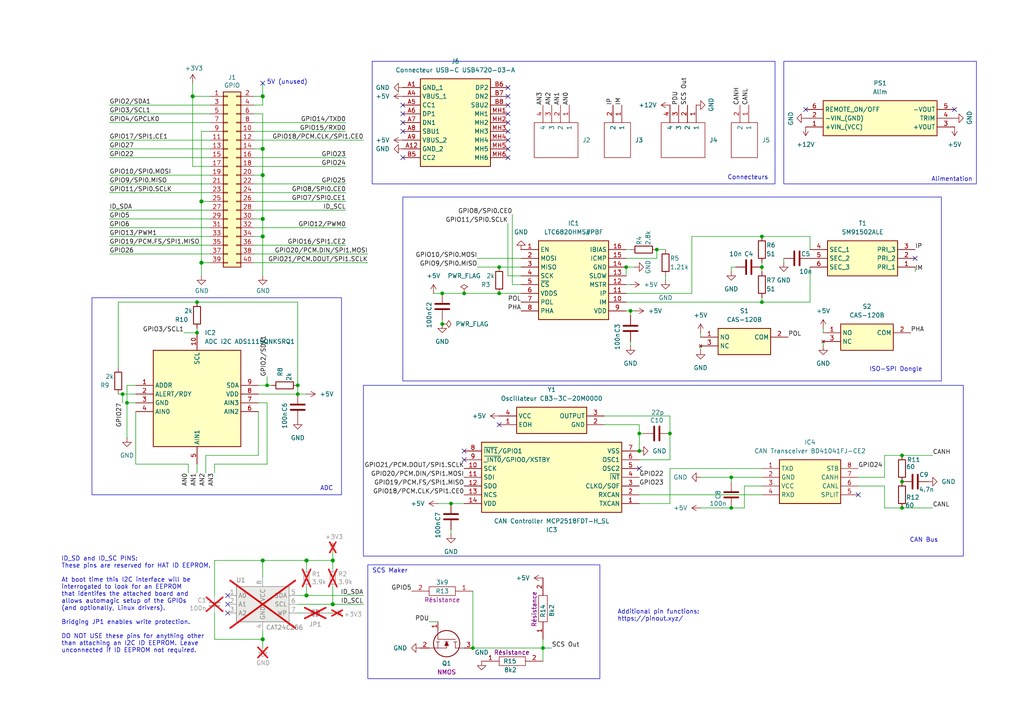
<source format=kicad_sch>
(kicad_sch (version 20231120) (generator "eeschema") (generator_version "8.0")
  (paper "A4")
  (title_block (date "15 nov 2012"))
  (junction (at 88.9 172.72) (diameter 1.016))
  (junction (at 76.2 27.94) (diameter 1.016))
  (junction (at 76.2 185.42) (diameter 1.016))
  (junction (at 128.27 85.09))
  (junction (at 76.2 43.18) (diameter 1.016))
  (junction (at 76.2 162.56) (diameter 1.016))
  (junction (at 261.62 147.32))
  (junction (at 130.81 146.05))
  (junction (at 96.52 162.56) (diameter 1.016))
  (junction (at 36.83 116.84))
  (junction (at 57.15 87.63))
  (junction (at 220.98 68.58))
  (junction (at 144.78 77.47))
  (junction (at 58.42 76.2) (diameter 1.016))
  (junction (at 157.48 187.96))
  (junction (at 261.62 132.08))
  (junction (at 261.62 139.7))
  (junction (at 58.42 58.42) (diameter 1.016))
  (junction (at 190.5 72.39))
  (junction (at 76.2 68.58) (diameter 1.016))
  (junction (at 181.61 77.47))
  (junction (at 212.09 138.43))
  (junction (at 220.98 87.63))
  (junction (at 185.42 130.81))
  (junction (at 194.31 125.73))
  (junction (at 220.98 77.47))
  (junction (at 57.15 96.52))
  (junction (at 144.78 85.09))
  (junction (at 212.09 147.32))
  (junction (at 35.56 114.3))
  (junction (at 76.2 63.5) (diameter 1.016))
  (junction (at 77.47 111.76))
  (junction (at 137.16 187.96))
  (junction (at 76.2 50.8) (diameter 1.016))
  (junction (at 134.62 85.09))
  (junction (at 96.52 175.26) (diameter 1.016))
  (junction (at 185.42 125.73))
  (junction (at 182.88 90.17))
  (junction (at 86.36 114.3))
  (junction (at 128.27 93.98))
  (junction (at 86.36 111.76))
  (junction (at 55.88 27.94) (diameter 1.016))
  (junction (at 88.9 162.56) (diameter 1.016))
  (no_connect (at 66.04 172.72))
  (no_connect (at 66.04 175.26))
  (no_connect (at 66.04 177.8))
  (no_connect (at 116.84 30.48))
  (no_connect (at 248.92 143.51))
  (no_connect (at 265.43 74.93))
  (no_connect (at 147.32 35.56))
  (no_connect (at 276.86 31.75))
  (no_connect (at 134.62 130.81))
  (no_connect (at 147.32 30.48))
  (no_connect (at 147.32 25.4))
  (no_connect (at 76.2 24.13))
  (no_connect (at 147.32 38.1))
  (no_connect (at 147.32 27.94))
  (no_connect (at 147.32 45.72))
  (no_connect (at 147.32 43.18))
  (no_connect (at 233.68 31.75))
  (no_connect (at 144.78 123.19))
  (no_connect (at 116.84 38.1))
  (no_connect (at 116.84 45.72))
  (no_connect (at 134.62 133.35))
  (no_connect (at 116.84 35.56))
  (no_connect (at 116.84 33.02))
  (no_connect (at 147.32 33.02))
  (no_connect (at 185.42 135.89))
  (no_connect (at 147.32 40.64))
  (wire (pts (xy 58.42 58.42) (xy 58.42 76.2)))
  (wire (pts (xy 238.76 99.06) (xy 238.76 100.33)))
  (wire (pts (xy 73.66 58.42) (xy 100.33 58.42)))
  (wire (pts (xy 182.88 90.17) (xy 184.15 90.17)))
  (wire (pts (xy 74.93 114.3) (xy 86.36 114.3)))
  (wire (pts (xy 182.88 90.17) (xy 182.88 91.44)))
  (wire (pts (xy 182.88 99.06) (xy 182.88 100.33)))
  (wire (pts (xy 60.96 40.64) (xy 31.75 40.64)))
  (wire (pts (xy 76.2 162.56) (xy 88.9 162.56)))
  (wire (pts (xy 96.52 162.56) (xy 88.9 162.56)))
  (wire (pts (xy 96.52 165.1) (xy 96.52 162.56)))
  (wire (pts (xy 54.61 134.62) (xy 54.61 137.16)))
  (wire (pts (xy 181.61 77.47) (xy 181.61 80.01)))
  (wire (pts (xy 76.2 33.02) (xy 76.2 43.18)))
  (wire (pts (xy 220.98 76.2) (xy 220.98 77.47)))
  (wire (pts (xy 34.29 87.63) (xy 34.29 106.68)))
  (wire (pts (xy 76.2 50.8) (xy 73.66 50.8)))
  (wire (pts (xy 147.32 64.77) (xy 147.32 80.01)))
  (wire (pts (xy 234.95 87.63) (xy 220.98 87.63)))
  (wire (pts (xy 256.54 140.97) (xy 256.54 147.32)))
  (wire (pts (xy 181.61 82.55) (xy 182.88 82.55)))
  (wire (pts (xy 76.2 63.5) (xy 76.2 68.58)))
  (wire (pts (xy 39.37 119.38) (xy 39.37 134.62)))
  (wire (pts (xy 212.09 138.43) (xy 203.2 138.43)))
  (wire (pts (xy 36.83 116.84) (xy 36.83 127)))
  (wire (pts (xy 256.54 138.43) (xy 256.54 132.08)))
  (wire (pts (xy 248.92 140.97) (xy 256.54 140.97)))
  (wire (pts (xy 76.2 50.8) (xy 76.2 63.5)))
  (wire (pts (xy 73.66 35.56) (xy 100.33 35.56)))
  (wire (pts (xy 86.36 87.63) (xy 57.15 87.63)))
  (wire (pts (xy 74.93 119.38) (xy 74.93 132.08)))
  (wire (pts (xy 175.26 120.65) (xy 194.31 120.65)))
  (wire (pts (xy 58.42 38.1) (xy 58.42 58.42)))
  (wire (pts (xy 86.36 172.72) (xy 88.9 172.72)))
  (wire (pts (xy 88.9 172.72) (xy 105.41 172.72)))
  (wire (pts (xy 86.36 114.3) (xy 88.9 114.3)))
  (wire (pts (xy 215.9 140.97) (xy 215.9 147.32)))
  (wire (pts (xy 194.31 133.35) (xy 185.42 133.35)))
  (wire (pts (xy 58.42 38.1) (xy 60.96 38.1)))
  (wire (pts (xy 86.36 177.8) (xy 87.63 177.8)))
  (wire (pts (xy 95.25 177.8) (xy 96.52 177.8)))
  (wire (pts (xy 73.66 55.88) (xy 100.33 55.88)))
  (wire (pts (xy 234.95 72.39) (xy 234.95 68.58)))
  (wire (pts (xy 60.96 60.96) (xy 31.75 60.96)))
  (wire (pts (xy 57.15 134.62) (xy 57.15 137.16)))
  (wire (pts (xy 31.75 63.5) (xy 60.96 63.5)))
  (wire (pts (xy 62.23 134.62) (xy 77.47 134.62)))
  (wire (pts (xy 35.56 114.3) (xy 39.37 114.3)))
  (wire (pts (xy 58.42 58.42) (xy 60.96 58.42)))
  (wire (pts (xy 96.52 160.02) (xy 96.52 162.56)))
  (wire (pts (xy 194.31 120.65) (xy 194.31 125.73)))
  (wire (pts (xy 73.66 45.72) (xy 100.33 45.72)))
  (wire (pts (xy 76.2 162.56) (xy 76.2 167.64)))
  (wire (pts (xy 77.47 111.76) (xy 78.74 111.76)))
  (wire (pts (xy 77.47 109.22) (xy 77.47 111.76)))
  (wire (pts (xy 185.42 143.51) (xy 220.98 143.51)))
  (wire (pts (xy 74.93 132.08) (xy 59.69 132.08)))
  (wire (pts (xy 227.33 74.93) (xy 227.33 76.2)))
  (wire (pts (xy 73.66 76.2) (xy 106.68 76.2)))
  (wire (pts (xy 58.42 76.2) (xy 58.42 80.01)))
  (wire (pts (xy 31.75 43.18) (xy 60.96 43.18)))
  (wire (pts (xy 96.52 170.18) (xy 96.52 175.26)))
  (wire (pts (xy 200.66 68.58) (xy 220.98 68.58)))
  (wire (pts (xy 55.88 24.13) (xy 55.88 27.94)))
  (wire (pts (xy 148.59 62.23) (xy 148.59 82.55)))
  (wire (pts (xy 190.5 72.39) (xy 193.04 72.39)))
  (wire (pts (xy 76.2 68.58) (xy 73.66 68.58)))
  (wire (pts (xy 74.93 111.76) (xy 77.47 111.76)))
  (wire (pts (xy 86.36 111.76) (xy 86.36 87.63)))
  (wire (pts (xy 220.98 135.89) (xy 194.31 135.89)))
  (wire (pts (xy 194.31 125.73) (xy 194.31 133.35)))
  (wire (pts (xy 31.75 33.02) (xy 60.96 33.02)))
  (wire (pts (xy 181.61 74.93) (xy 190.5 74.93)))
  (wire (pts (xy 31.75 55.88) (xy 60.96 55.88)))
  (wire (pts (xy 181.61 90.17) (xy 182.88 90.17)))
  (wire (pts (xy 212.09 77.47) (xy 212.09 78.74)))
  (wire (pts (xy 55.88 48.26) (xy 60.96 48.26)))
  (wire (pts (xy 157.48 185.42) (xy 157.48 187.96)))
  (wire (pts (xy 203.2 147.32) (xy 212.09 147.32)))
  (wire (pts (xy 60.96 30.48) (xy 31.75 30.48)))
  (wire (pts (xy 76.2 27.94) (xy 76.2 30.48)))
  (wire (pts (xy 220.98 77.47) (xy 220.98 78.74)))
  (wire (pts (xy 77.47 116.84) (xy 77.47 134.62)))
  (wire (pts (xy 76.2 43.18) (xy 76.2 50.8)))
  (wire (pts (xy 215.9 140.97) (xy 220.98 140.97)))
  (wire (pts (xy 256.54 132.08) (xy 261.62 132.08)))
  (wire (pts (xy 73.66 40.64) (xy 105.41 40.64)))
  (wire (pts (xy 194.31 146.05) (xy 185.42 146.05)))
  (wire (pts (xy 76.2 43.18) (xy 73.66 43.18)))
  (wire (pts (xy 248.92 138.43) (xy 256.54 138.43)))
  (wire (pts (xy 59.69 132.08) (xy 59.69 137.16)))
  (wire (pts (xy 175.26 123.19) (xy 185.42 123.19)))
  (wire (pts (xy 137.16 187.96) (xy 157.48 187.96)))
  (wire (pts (xy 76.2 24.13) (xy 76.2 27.94)))
  (wire (pts (xy 39.37 134.62) (xy 54.61 134.62)))
  (wire (pts (xy 31.75 35.56) (xy 60.96 35.56)))
  (wire (pts (xy 88.9 162.56) (xy 88.9 165.1)))
  (wire (pts (xy 134.62 85.09) (xy 144.78 85.09)))
  (wire (pts (xy 193.04 80.01) (xy 193.04 81.28)))
  (wire (pts (xy 234.95 77.47) (xy 234.95 87.63)))
  (wire (pts (xy 39.37 111.76) (xy 36.83 111.76)))
  (wire (pts (xy 76.2 27.94) (xy 73.66 27.94)))
  (wire (pts (xy 55.88 27.94) (xy 55.88 48.26)))
  (wire (pts (xy 53.34 96.52) (xy 57.15 96.52)))
  (wire (pts (xy 73.66 48.26) (xy 100.33 48.26)))
  (wire (pts (xy 73.66 38.1) (xy 100.33 38.1)))
  (wire (pts (xy 125.73 85.09) (xy 128.27 85.09)))
  (wire (pts (xy 88.9 170.18) (xy 88.9 172.72)))
  (wire (pts (xy 200.66 68.58) (xy 200.66 85.09)))
  (wire (pts (xy 86.36 175.26) (xy 96.52 175.26)))
  (wire (pts (xy 96.52 175.26) (xy 105.41 175.26)))
  (wire (pts (xy 144.78 85.09) (xy 151.13 85.09)))
  (wire (pts (xy 220.98 87.63) (xy 220.98 86.36)))
  (wire (pts (xy 130.81 153.67) (xy 130.81 154.94)))
  (wire (pts (xy 31.75 45.72) (xy 60.96 45.72)))
  (wire (pts (xy 31.75 53.34) (xy 60.96 53.34)))
  (wire (pts (xy 181.61 72.39) (xy 182.88 72.39)))
  (wire (pts (xy 181.61 85.09) (xy 200.66 85.09)))
  (wire (pts (xy 62.23 134.62) (xy 62.23 137.16)))
  (wire (pts (xy 138.43 77.47) (xy 144.78 77.47)))
  (wire (pts (xy 220.98 138.43) (xy 212.09 138.43)))
  (wire (pts (xy 36.83 116.84) (xy 39.37 116.84)))
  (wire (pts (xy 203.2 96.52) (xy 203.2 97.79)))
  (wire (pts (xy 31.75 66.04) (xy 60.96 66.04)))
  (wire (pts (xy 212.09 77.47) (xy 213.36 77.47)))
  (wire (pts (xy 127 146.05) (xy 130.81 146.05)))
  (wire (pts (xy 76.2 30.48) (xy 73.66 30.48)))
  (wire (pts (xy 190.5 72.39) (xy 190.5 74.93)))
  (wire (pts (xy 185.42 125.73) (xy 185.42 130.81)))
  (wire (pts (xy 128.27 85.09) (xy 134.62 85.09)))
  (wire (pts (xy 31.75 71.12) (xy 60.96 71.12)))
  (wire (pts (xy 137.16 171.45) (xy 137.16 187.96)))
  (wire (pts (xy 130.81 146.05) (xy 134.62 146.05)))
  (wire (pts (xy 73.66 71.12) (xy 100.33 71.12)))
  (wire (pts (xy 128.27 92.71) (xy 128.27 93.98)))
  (wire (pts (xy 148.59 82.55) (xy 151.13 82.55)))
  (wire (pts (xy 74.93 116.84) (xy 77.47 116.84)))
  (wire (pts (xy 73.66 66.04) (xy 100.33 66.04)))
  (wire (pts (xy 144.78 77.47) (xy 151.13 77.47)))
  (wire (pts (xy 58.42 76.2) (xy 60.96 76.2)))
  (wire (pts (xy 35.56 114.3) (xy 35.56 116.84)))
  (wire (pts (xy 35.56 114.3) (xy 34.29 114.3)))
  (wire (pts (xy 73.66 73.66) (xy 106.68 73.66)))
  (wire (pts (xy 261.62 132.08) (xy 270.51 132.08)))
  (wire (pts (xy 76.2 33.02) (xy 73.66 33.02)))
  (wire (pts (xy 57.15 87.63) (xy 34.29 87.63)))
  (wire (pts (xy 31.75 73.66) (xy 60.96 73.66)))
  (wire (pts (xy 261.62 147.32) (xy 270.51 147.32)))
  (wire (pts (xy 220.98 68.58) (xy 234.95 68.58)))
  (wire (pts (xy 36.83 111.76) (xy 36.83 116.84)))
  (wire (pts (xy 181.61 77.47) (xy 184.15 77.47)))
  (wire (pts (xy 212.09 147.32) (xy 215.9 147.32)))
  (wire (pts (xy 86.36 114.3) (xy 86.36 111.76)))
  (wire (pts (xy 138.43 74.93) (xy 151.13 74.93)))
  (wire (pts (xy 62.23 162.56) (xy 62.23 172.72)))
  (wire (pts (xy 62.23 177.8) (xy 62.23 185.42)))
  (wire (pts (xy 62.23 185.42) (xy 76.2 185.42)))
  (wire (pts (xy 76.2 162.56) (xy 62.23 162.56)))
  (wire (pts (xy 238.76 95.25) (xy 238.76 96.52)))
  (wire (pts (xy 76.2 182.88) (xy 76.2 185.42)))
  (wire (pts (xy 76.2 185.42) (xy 76.2 187.96)))
  (wire (pts (xy 147.32 80.01) (xy 151.13 80.01)))
  (wire (pts (xy 76.2 68.58) (xy 76.2 80.01)))
  (wire (pts (xy 73.66 53.34) (xy 100.33 53.34)))
  (wire (pts (xy 60.96 68.58) (xy 31.75 68.58)))
  (wire (pts (xy 203.2 100.33) (xy 203.2 101.6)))
  (wire (pts (xy 185.42 125.73) (xy 186.69 125.73)))
  (wire (pts (xy 76.2 63.5) (xy 73.66 63.5)))
  (wire (pts (xy 160.02 187.96) (xy 157.48 187.96)))
  (wire (pts (xy 55.88 27.94) (xy 60.96 27.94)))
  (wire (pts (xy 265.43 78.74) (xy 265.43 77.47)))
  (wire (pts (xy 57.15 95.25) (xy 57.15 96.52)))
  (wire (pts (xy 194.31 135.89) (xy 194.31 146.05)))
  (wire (pts (xy 185.42 123.19) (xy 185.42 125.73)))
  (wire (pts (xy 181.61 87.63) (xy 220.98 87.63)))
  (wire (pts (xy 60.96 50.8) (xy 31.75 50.8)))
  (wire (pts (xy 73.66 60.96) (xy 100.33 60.96)))
  (wire (pts (xy 124.46 180.34) (xy 127 180.34)))
  (wire (pts (xy 212.09 139.7) (xy 212.09 138.43)))
  (wire (pts (xy 256.54 147.32) (xy 261.62 147.32)))
  (wire (pts (xy 157.48 187.96) (xy 157.48 191.77)))
  (rectangle (start 106.68 163.83) (end 173.99 196.85))
  (rectangle (start 107.95 17.78) (end 224.79 53.34))
  (rectangle (start 26.67 86.36) (end 99.06 143.51))
  (rectangle (start 116.84 57.15) (end 273.05 110.49))
  (rectangle (start 105.41 111.76) (end 279.4 161.29))
  (rectangle (start 227.33 17.78) (end 283.21 53.34))
  (text "Additional pin functions:\nhttps://pinout.xyz/" (at 179.07 180.34 0) (effects (font (size 1.27 1.27)) (justify left bottom)))
  (text "ISO-SPI Dongle" (at 259.842 107.188 0) (effects (font (size 1.27 1.27))))
  (text "5V (unused)" (at 83.312 23.876 0) (effects (font (size 1.27 1.27))))
  (text "Connecteurs" (at 216.916 51.562 0) (effects (font (size 1.27 1.27))))
  (text "CAN Bus" (at 267.97 156.718 0) (effects (font (size 1.27 1.27))))
  (text "SCS Maker" (at 107.95 166.37 0) (effects (font (size 1.27 1.27)) (justify left bottom)))
  (text "ID_SD and ID_SC PINS:\nThese pins are reserved for HAT ID EEPROM.\n\nAt boot time this I2C interface will be\ninterrogated to look for an EEPROM\nthat identifes the attached board and\nallows automagic setup of the GPIOs\n(and optionally, Linux drivers).\n\nBridging JP1 enables write protection.\n\nDO NOT USE these pins for anything other\nthan attaching an I2C ID EEPROM. Leave\nunconnected if ID EEPROM not required." (at 17.78 189.484 0) (effects (font (size 1.27 1.27)) (justify left bottom)))
  (text "ADC" (at 94.742 141.732 0) (effects (font (size 1.27 1.27))))
  (text "Alimentation" (at 276.098 52.07 0) (effects (font (size 1.27 1.27))))
  (label "SCS Out" (at 160.02 187.96 0))
  (label "PDU" (at 196.85 30.48 90))
  (label "GPIO18{slash}PCM.CLK{slash}SPI1.CE0" (at 134.62 143.51 180))
  (label "ID_SDA" (at 31.75 60.96 0))
  (label "GPIO6" (at 31.75 66.04 0))
  (label "IM" (at 180.34 30.48 90))
  (label "AN2" (at 59.69 137.16 270))
  (label "GPIO24" (at 248.92 135.89 0))
  (label "ID_SDA" (at 105.41 172.72 180))
  (label "ID_SCL" (at 100.33 60.96 180))
  (label "GPIO5" (at 31.75 63.5 0))
  (label "GPIO21{slash}PCM.DOUT{slash}SPI1.SCLK" (at 106.68 76.2 180))
  (label "AN1" (at 57.15 137.16 270))
  (label "GPIO19{slash}PCM.FS{slash}SPI1.MISO" (at 31.75 71.12 0))
  (label "GPIO10{slash}SPI0.MOSI" (at 31.75 50.8 0))
  (label "PHA" (at 264.16 96.52 0))
  (label "GPIO9{slash}SPI0.MISO" (at 31.75 53.34 0))
  (label "IP" (at 177.8 30.48 90))
  (label "GPIO23" (at 100.33 45.72 180))
  (label "IM" (at 265.43 78.74 0))
  (label "GPIO4{slash}GPCLK0" (at 31.75 35.56 0))
  (label "GPIO22" (at 185.42 138.43 0))
  (label "GPIO27" (at 31.75 43.18 0))
  (label "GPIO26" (at 31.75 73.66 0))
  (label "GPIO14{slash}TXD0" (at 100.33 35.56 180))
  (label "GPIO8{slash}SPI0.CE0" (at 100.33 55.88 180))
  (label "GPIO15{slash}RXD0" (at 100.33 38.1 180))
  (label "GPIO16{slash}SPI1.CE2" (at 100.33 71.12 180))
  (label "GPIO3{slash}SCL1" (at 53.34 96.52 180))
  (label "GPIO20{slash}PCM.DIN{slash}SPI1.MOSI" (at 134.62 138.43 180))
  (label "GPIO9{slash}SPI0.MISO" (at 138.43 77.47 180))
  (label "AN0" (at 165.1 30.48 90))
  (label "POL" (at 228.6 97.79 0))
  (label "IP" (at 265.43 72.39 0))
  (label "GPIO22" (at 31.75 45.72 0))
  (label "GPIO2{slash}SDA1" (at 31.75 30.48 0))
  (label "GPIO17{slash}SPI1.CE1" (at 31.75 40.64 0))
  (label "GPIO5" (at 119.38 171.45 180))
  (label "CANH" (at 214.63 30.48 90))
  (label "GPIO25" (at 100.33 53.34 180))
  (label "SCS Out" (at 199.39 30.48 90))
  (label "AN3" (at 62.23 137.16 270))
  (label "GPIO3{slash}SCL1" (at 31.75 33.02 0))
  (label "AN0" (at 54.61 137.16 270))
  (label "GPIO18{slash}PCM.CLK{slash}SPI1.CE0" (at 105.41 40.64 180))
  (label "CANL" (at 217.17 30.48 90))
  (label "GPIO27" (at 35.56 116.84 270))
  (label "GPIO12{slash}PWM0" (at 100.33 66.04 180))
  (label "POL" (at 151.13 87.63 180))
  (label "GPIO13{slash}PWM1" (at 31.75 68.58 0))
  (label "CANL" (at 270.51 147.32 0))
  (label "AN2" (at 160.02 30.48 90))
  (label "GPIO20{slash}PCM.DIN{slash}SPI1.MOSI" (at 106.68 73.66 180))
  (label "PDU" (at 124.46 180.34 180))
  (label "GPIO24" (at 100.33 48.26 180))
  (label "GPIO7{slash}SPI0.CE1" (at 100.33 58.42 180))
  (label "GPIO23" (at 185.42 140.97 0))
  (label "AN1" (at 162.56 30.48 90))
  (label "PHA" (at 151.13 90.17 180))
  (label "GPIO8{slash}SPI0.CE0" (at 148.59 62.23 180))
  (label "GPIO11{slash}SPI0.SCLK" (at 147.32 64.77 180))
  (label "AN3" (at 157.48 30.48 90))
  (label "ID_SCL" (at 105.41 175.26 180))
  (label "GPIO10{slash}SPI0.MOSI" (at 138.43 74.93 180))
  (label "GPIO19{slash}PCM.FS{slash}SPI1.MISO" (at 134.62 140.97 180))
  (label "GPIO21{slash}PCM.DOUT{slash}SPI1.SCLK" (at 134.62 135.89 180))
  (label "GPIO11{slash}SPI0.SCLK" (at 31.75 55.88 0))
  (label "CANH" (at 270.51 132.08 0))
  (label "GPIO2{slash}SDA1" (at 77.47 109.22 90))
  (symbol (lib_id "power:+3.3V") (at 55.88 24.13 0) (unit 1)
    (property "Reference" "#PWR04" (effects (hide yes)))
    (property "Value" "+3V3" (at 56.2483 19.8056 0))
    (property "Description" "Power symbol creates a global label with name \"+3.3V\"" (effects (hide yes)))
  )
  (symbol (lib_id "power:GND") (at 76.2 80.01 0) (unit 1)
    (property "Reference" "#PWR02" (effects (hide yes)))
    (property "Value" "GND" (at 76.3143 84.3344 0))
    (property "Description" "Power symbol creates a global label with name \"GND\" , ground" (effects (hide yes)))
  )
  (symbol (lib_id "power:GND") (at 58.42 80.01 0) (unit 1)
    (property "Reference" "#PWR03" (effects (hide yes)))
    (property "Value" "GND" (at 58.5343 84.3344 0))
    (property "Description" "Power symbol creates a global label with name \"GND\" , ground" (effects (hide yes)))
  )
  (symbol (lib_id "Connector_Generic:Conn_02x20_Odd_Even") (at 66.04 50.8 0) (unit 1)
    (property "Reference" "J1" (at 67.31 22.4598 0))
    (property "Value" "GPIO" (at 67.31 24.765 0))
    (property "Footprint" "Connector_PinSocket_2.54mm:PinSocket_2x20_P2.54mm_Vertical" (effects (hide yes)))
    (property "Description" "Generic connector, double row, 02x20, odd/even pin numbering scheme (row 1 odd numbers, row 2 even numbers), script generated (kicad-library-utils/schlib/autogen/connector/)" (effects (hide yes)))
  )
  (symbol (lib_id "Device:C") (at 86.36 118.11 180) (unit 1)
    (property "Reference" "C6" (at 82.55 118.11 90))
    (property "Value" "100n" (at 82.55 121.92 90))
    (property "Footprint" "Capacitor_SMD:C_0805_2012Metric_Pad1.18x1.45mm_HandSolder" (effects (hide yes)))
    (property "Description" "Unpolarized capacitor" (effects (hide yes)))
  )
  (symbol (lib_id "power:GND") (at 36.83 127 0) (unit 1)
    (property "Reference" "#PWR025" (effects (hide yes)))
    (property "Value" "GND" (at 36.83 132.08 0))
    (property "Description" "Power symbol creates a global label with name \"GND\" , ground" (effects (hide yes)))
  )
  (symbol (lib_id "power:GND") (at 212.09 78.74 0) (unit 1)
    (property "Reference" "#PWR018" (effects (hide yes)))
    (property "Value" "GND" (at 212.09 83.82 0))
    (property "Description" "Power symbol creates a global label with name \"GND\" , ground" (effects (hide yes)))
  )
  (symbol (lib_id "power:+5V") (at 125.73 85.09 0) (unit 1)
    (property "Reference" "#PWR06" (effects (hide yes)))
    (property "Value" "+5V" (at 125.73 80.01 0))
    (property "Description" "Power symbol creates a global label with name \"+5V\"" (effects (hide yes)))
  )
  (symbol (lib_id "power:+12V") (at 194.31 30.48 90) (unit 1)
    (property "Reference" "#PWR022" (effects (hide yes)))
    (property "Value" "+12V" (at 190.5 30.4799 90) (effects (justify left)))
    (property "Description" "Power symbol creates a global label with name \"+12V\"" (effects (hide yes)))
  )
  (symbol (lib_id "Device:C_Small") (at 62.23 175.26 0) (unit 1) (exclude_from_sim yes) (in_bom no) (on_board no) (dnp yes)
    (property "Reference" "C1" (at 59.9058 174.1106 0) (effects (justify right)))
    (property "Value" "100n" (at 59.9058 176.4093 0) (effects (justify right)))
    (property "Description" "Unpolarized capacitor, small symbol" (effects (hide yes)))
  )
  (symbol (lib_id "power:GND") (at 184.15 77.47 90) (unit 1)
    (property "Reference" "#PWR015" (effects (hide yes)))
    (property "Value" "GND" (at 187.96 77.47 0))
    (property "Description" "Power symbol creates a global label with name \"GND\" , ground" (effects (hide yes)))
  )
  (symbol (lib_id "EPSA_lib:ADC I2C ADS1115QNKSRQ1") (at 39.37 111.76 0) (unit 1)
    (property "Reference" "IC2" (at 59.3441 96.52 0) (effects (justify left)))
    (property "Value" "ADC I2C ADS1115QNKSRQ1" (at 59.3441 99.06 0) (effects (justify left)))
    (property "Footprint" "ADS1115QNKSRQ1" (effects (hide yes)))
    (property "Datasheet" "https://www.ti.com/lit/gpn/ads1115-q1" (effects (hide yes)))
    (property "Description" "Analog to Digital Converters - ADC Automotive 16-bit, 860-SPS, 4-ch, delta-sigma ADC with PGA, oscillator, VREF, comparator and I2C" (effects (hide yes)))
    (property "Height" "0.6" (effects (hide yes)))
    (property "Mouser Part Number" "595-ADS1115QNKSRQ1" (effects (hide yes)))
    (property "Mouser Price/Stock" "https://www.mouser.co.uk/ProductDetail/Texas-Instruments/ADS1115QNKSRQ1?qs=ulEaXIWI0c%252B%252BH1ufhGRAvg%3D%3D" (effects (hide yes)))
    (property "Manufacturer_Name" "Texas Instruments" (effects (hide yes)))
    (property "Manufacturer_Part_Number" "ADS1115QNKSRQ1" (effects (hide yes)))
  )
  (symbol (lib_id "Device:C") (at 130.81 149.86 180) (unit 1)
    (property "Reference" "C7" (at 127 149.86 90))
    (property "Value" "100n" (at 127 153.67 90))
    (property "Footprint" "Capacitor_SMD:C_0805_2012Metric_Pad1.18x1.45mm_HandSolder" (effects (hide yes)))
    (property "Description" "Unpolarized capacitor" (effects (hide yes)))
  )
  (symbol (lib_id "Device:C") (at 231.14 74.93 90) (unit 1)
    (property "Reference" "C5" (at 233.68 73.66 90))
    (property "Value" "10n" (at 233.68 78.74 90))
    (property "Footprint" "Capacitor_SMD:C_0805_2012Metric_Pad1.18x1.45mm_HandSolder" (effects (hide yes)))
    (property "Description" "Unpolarized capacitor" (effects (hide yes)))
  )
  (symbol (lib_id "power:GND") (at 182.88 100.33 0) (unit 1)
    (property "Reference" "#PWR014" (effects (hide yes)))
    (property "Value" "GND" (at 182.88 105.41 0))
    (property "Description" "Power symbol creates a global label with name \"GND\" , ground" (effects (hide yes)))
  )
  (symbol (lib_id "power:GND") (at 276.86 34.29 90) (unit 1)
    (property "Reference" "#PWR033" (effects (hide yes)))
    (property "Value" "GND" (at 281.1844 34.1757 0))
    (property "Description" "Power symbol creates a global label with name \"GND\" , ground" (effects (hide yes)))
  )
  (symbol (lib_id "EPSA_lib:4P Angle 171857-4004") (at 165.1 30.48 270) (unit 1)
    (property "Reference" "J2" (at 168.91 40.6399 90) (effects (justify left)))
    (property "Value" "4P Angle 171857-4004" (effects (hide yes)))
    (property "Footprint" "EPSA_lib:HDRRA4W66P0X254_1X4_762X818X635P" (effects (hide yes)))
    (property "Datasheet" "https://www.molex.com/pdm_docs/sd/1718573005_sd.pdf" (effects (hide yes)))
    (property "Description" "Headers & Wire Housings KK RPC 254 Hdr FrLk R/A 04 Ckt 15Au T&R" (effects (hide yes)))
    (property "Height" "6.35" (effects (hide yes)))
    (property "Manufacturer_Name" "Molex" (effects (hide yes)))
    (property "Manufacturer_Part_Number" "171857-4004" (effects (hide yes)))
    (property "Mouser Part Number" "538-171857-4004" (effects (hide yes)))
    (property "Mouser Price/Stock" "https://www.mouser.co.uk/ProductDetail/Molex/171857-4004?qs=v0t%252BUMfTP8MMewSk%252BpG0KA%3D%3D" (effects (hide yes)))
    (property "Render Name" "4P Angle" (effects (hide yes)))
  )
  (symbol (lib_id "EPSA_lib:4P Angle 171857-4004") (at 201.93 30.48 270) (unit 1)
    (property "Reference" "J4" (at 205.74 40.6399 90) (effects (justify left)))
    (property "Value" "4P Angle 171857-4004" (effects (hide yes)))
    (property "Footprint" "EPSA_lib:HDRRA4W66P0X254_1X4_762X818X635P" (effects (hide yes)))
    (property "Datasheet" "https://www.molex.com/pdm_docs/sd/1718573005_sd.pdf" (effects (hide yes)))
    (property "Description" "Headers & Wire Housings KK RPC 254 Hdr FrLk R/A 04 Ckt 15Au T&R" (effects (hide yes)))
    (property "Height" "6.35" (effects (hide yes)))
    (property "Manufacturer_Name" "Molex" (effects (hide yes)))
    (property "Manufacturer_Part_Number" "171857-4004" (effects (hide yes)))
    (property "Mouser Part Number" "538-171857-4004" (effects (hide yes)))
    (property "Mouser Price/Stock" "https://www.mouser.co.uk/ProductDetail/Molex/171857-4004?qs=v0t%252BUMfTP8MMewSk%252BpG0KA%3D%3D" (effects (hide yes)))
    (property "Render Name" "4P Angle" (effects (hide yes)))
  )
  (symbol (lib_id "Device:R_Small") (at 88.9 167.64 0) (unit 1) (exclude_from_sim yes) (in_bom no) (on_board no) (dnp yes)
    (property "Reference" "R1" (at 90.3986 166.497 0) (effects (justify left)))
    (property "Value" "3.9k" (at 90.3987 168.7893 0) (effects (justify left)))
    (property "Footprint" "EPSA_lib:RESC3216X70N" (effects (hide yes)))
    (property "Description" "Resistor, small symbol" (effects (hide yes)))
  )
  (symbol (lib_id "Device:R") (at 34.29 110.49 0) (unit 1)
    (property "Reference" "R9" (at 31.75 111.76 0) (effects (justify right)))
    (property "Value" "2k" (at 33.02 109.22 0) (effects (justify right)))
    (property "Footprint" "Resistor_SMD:R_1206_3216Metric_Pad1.30x1.75mm_HandSolder" (effects (hide yes)))
    (property "Description" "Resistor" (effects (hide yes)))
  )
  (symbol (lib_id "power:GND") (at 139.7 191.77 0) (mirror y) (unit 1)
    (property "Reference" "#GND02" (effects (hide yes)))
    (property "Value" "GND" (at 139.7 189.23 0))
  )
  (symbol (lib_id "EPSA_lib:NMOS SQ2348ES-T1_GE3") (at 113.665 192.405 0) (unit 1)
    (property "Reference" "Q1" (at 129.54 192.405 0))
    (property "Value" "NMOS SQ2348ES-T1_GE3" (effects (hide yes)))
    (property "Footprint" "EPSA_lib:SOT95P237X112-3N" (effects (hide yes)))
    (property "Datasheet" "http://www.vishay.com/docs/63706/sq2348es.pdf" (effects (hide yes)))
    (property "Description" "VISHAY - SQ2348ES-T1_GE3 - MOSFET, AEC-Q101, N-CH, 30V, SOT-23" (effects (hide yes)))
    (property "Sim.Pins" "3=1 1=2 2=3" (effects (hide yes)))
    (property "Sim.Device" "SPICE" (effects (hide yes)))
    (property "Sim.Params" "type=\"X\" model=\"SQ2348ES\" lib=\"${EPSA_lib}\\SpiceModel\\NMOS_SQ2348ES_PS Rev A.LIB\"" (effects (hide yes)))
    (property "Height" "1.12" (effects (hide yes)))
    (property "Manufacturer_Name" "Vishay" (effects (hide yes)))
    (property "Manufacturer_Part_Number" "SQ2348ES-T1_GE3" (effects (hide yes)))
    (property "Mouser Part Number" "781-SQ2348ES-T1_GE3" (effects (hide yes)))
    (property "Mouser Price/Stock" "https://www.mouser.co.uk/ProductDetail/Vishay-Siliconix/SQ2348ES-T1_GE3?qs=jHkklCh7amgC88blremf%252Bw%3D%3D" (effects (hide yes)))
    (property "Render Name" "NMOS" (at 129.54 194.945 0))
  )
  (symbol (lib_id "Device:R") (at 82.55 111.76 270) (unit 1)
    (property "Reference" "R8" (at 81.28 109.22 0) (effects (justify right)))
    (property "Value" "2k" (at 83.82 110.49 0) (effects (justify right)))
    (property "Footprint" "Resistor_SMD:R_1206_3216Metric_Pad1.30x1.75mm_HandSolder" (effects (hide yes)))
    (property "Description" "Resistor" (effects (hide yes)))
  )
  (symbol (lib_id "power:GND") (at 121.92 187.96 270) (unit 1)
    (property "Reference" "#GND01" (effects (hide yes)))
    (property "Value" "GND" (at 118.11 187.9599 90) (effects (justify right)))
  )
  (symbol (lib_id "power:+5V") (at 127 146.05 90) (unit 1)
    (property "Reference" "#PWR026" (effects (hide yes)))
    (property "Value" "+5V" (at 123.19 146.0499 90) (effects (justify left)))
    (property "Description" "Power symbol creates a global label with name \"+5V\"" (effects (hide yes)))
  )
  (symbol (lib_id "power:+5V") (at 144.78 120.65 90) (unit 1)
    (property "Reference" "#PWR031" (effects (hide yes)))
    (property "Value" "+5V" (at 140.97 120.6499 90) (effects (justify left)))
    (property "Description" "Power symbol creates a global label with name \"+5V\"" (effects (hide yes)))
  )
  (symbol (lib_id "power:PWR_FLAG") (at 134.62 85.09 0) (unit 1)
    (property "Reference" "#FLG02" (effects (hide yes)))
    (property "Value" "PWR_FLAG" (at 134.62 80.01 0))
    (property "Description" "Special symbol for telling ERC where power comes from" (effects (hide yes)))
  )
  (symbol (lib_id "power:GND") (at 151.13 72.39 180) (unit 1)
    (property "Reference" "#PWR012" (effects (hide yes)))
    (property "Value" "GND" (at 151.13 67.31 0))
    (property "Description" "Power symbol creates a global label with name \"GND\" , ground" (effects (hide yes)))
  )
  (symbol (lib_id "EPSA_lib:2P Angle 171857-4002") (at 180.34 30.48 270) (unit 1)
    (property "Reference" "J3" (at 184.15 40.6399 90) (effects (justify left)))
    (property "Value" "2P Angle 171857-4002" (effects (hide yes)))
    (property "Footprint" "EPSA_lib:1718574002" (effects (hide yes)))
    (property "Datasheet" "https://componentsearchengine.com/Datasheets/1/171857-4002.pdf" (effects (hide yes)))
    (property "Description" "Headers & Wire Housings KK RPC 254 Hdr FrLk R/A 02 Ckt 15Au T&R" (effects (hide yes)))
    (property "Height" "6.6" (effects (hide yes)))
    (property "Manufacturer_Name" "Molex" (effects (hide yes)))
    (property "Manufacturer_Part_Number" "171857-4002" (effects (hide yes)))
    (property "Mouser Part Number" "538-171857-4002" (effects (hide yes)))
    (property "Mouser Price/Stock" "https://www.mouser.co.uk/ProductDetail/Molex/171857-4002?qs=v0t%252BUMfTP8OkFsdOsfcitg%3D%3D" (effects (hide yes)))
    (property "Render Name " "2P Angle" (effects (hide yes)))
  )
  (symbol (lib_id "Jumper:SolderJumper_2_Open") (at 91.44 177.8 0) (unit 1) (exclude_from_sim yes) (in_bom no) (on_board no) (dnp yes)
    (property "Reference" "JP1" (at 91.44 181.083 0))
    (property "Value" "ID_WP" (effects (hide yes)))
    (property "Description" "Solder Jumper, 2-pole, open" (effects (hide yes)))
  )
  (symbol (lib_id "power:+5V") (at 203.2 96.52 0) (unit 1)
    (property "Reference" "#PWR08" (effects (hide yes)))
    (property "Value" "+5V" (at 203.2 91.44 0))
    (property "Description" "Power symbol creates a global label with name \"+5V\"" (effects (hide yes)))
  )
  (symbol (lib_id "power:GND") (at 86.36 121.92 0) (unit 1)
    (property "Reference" "#PWR024" (effects (hide yes)))
    (property "Value" "GND" (at 86.36 127 0))
    (property "Description" "Power symbol creates a global label with name \"GND\" , ground" (effects (hide yes)))
  )
  (symbol (lib_id "Device:R_Small") (at 96.52 167.64 0) (unit 1) (exclude_from_sim yes) (in_bom no) (on_board no) (dnp yes)
    (property "Reference" "R2" (at 98.0186 166.497 0) (effects (justify left)))
    (property "Value" "3.9k" (at 98.0187 168.7893 0) (effects (justify left)))
    (property "Footprint" "EPSA_lib:RESC3216X70N" (effects (hide yes)))
    (property "Description" "Resistor, small symbol" (effects (hide yes)))
  )
  (symbol (lib_id "power:+5V") (at 184.15 90.17 270) (unit 1)
    (property "Reference" "#PWR016" (effects (hide yes)))
    (property "Value" "+5V" (at 187.96 90.17 90) (effects (justify left)))
    (property "Description" "Power symbol creates a global label with name \"+5V\"" (effects (hide yes)))
  )
  (symbol (lib_id "Device:C") (at 212.09 143.51 180) (unit 1)
    (property "Reference" "C8" (at 208.28 143.51 90))
    (property "Value" "100n" (at 208.28 146.05 0))
    (property "Footprint" "Capacitor_SMD:C_0805_2012Metric_Pad1.18x1.45mm_HandSolder" (effects (hide yes)))
    (property "Description" "Unpolarized capacitor" (effects (hide yes)))
  )
  (symbol (lib_id "power:+3.3V") (at 96.52 160.02 0) (unit 1) (exclude_from_sim yes) (in_bom no) (on_board no) (dnp yes)
    (property "Reference" "#PWR0101" (effects (hide yes)))
    (property "Value" "+3V3" (at 96.8883 155.6956 0))
    (property "Description" "Power symbol creates a global label with name \"+3.3V\"" (effects (hide yes)))
  )
  (symbol (lib_id "Device:C") (at 217.17 77.47 90) (unit 1)
    (property "Reference" "C4" (at 217.17 73.66 90))
    (property "Value" "10n" (at 213.36 73.66 90))
    (property "Footprint" "Capacitor_SMD:C_0805_2012Metric_Pad1.18x1.45mm_HandSolder" (effects (hide yes)))
    (property "Description" "Unpolarized capacitor" (effects (hide yes)))
  )
  (symbol (lib_id "EPSA_lib:Résistance RK73H2BLTDD2152F") (at 137.16 171.45 0) (mirror y) (unit 1)
    (property "Reference" "R13" (at 128.27 171.45 0))
    (property "Value" "3k9" (at 128.27 168.91 0))
    (property "Footprint" "EPSA_lib:RESC3216X70N" (effects (hide yes)))
    (property "Datasheet" "http://www.koaspeer.com/catimages/Products/RK73H/RK73H.pdf" (effects (hide yes)))
    (property "Description" "Thick Film Resistors - SMD" (effects (hide yes)))
    (property "Sim.Pins" "1=+ 2=-" (effects (hide yes)))
    (property "Sim.Device" "R" (effects (hide yes)))
    (property "Height" "0.7" (effects (hide yes)))
    (property "Manufacturer_Name" "KOA Speer" (effects (hide yes)))
    (property "Manufacturer_Part_Number" "RK73H2BLTDD2152F" (effects (hide yes)))
    (property "Mouser Part Number" "N/A" (effects (hide yes)))
    (property "Mouser Price/Stock" "https://www.mouser.co.uk/ProductDetail/KOA-Speer/RK73H2BLTDD2152F?qs=WeIALVmW3zmyxMFsjVzMRw%3D%3D" (effects (hide yes)))
    (property "Render Name" "Résistance" (at 128.27 173.99 0))
  )
  (symbol (lib_id "EPSA_lib:Résistance RK73H2BLTDD2152F") (at 157.48 185.42 270) (mirror x) (unit 1)
    (property "Reference" "R14" (at 157.48 175.26 0) (effects (justify right)))
    (property "Value" "8k2" (at 160.02 175.26 0) (effects (justify right)))
    (property "Footprint" "EPSA_lib:RESC3216X70N" (effects (hide yes)))
    (property "Datasheet" "http://www.koaspeer.com/catimages/Products/RK73H/RK73H.pdf" (effects (hide yes)))
    (property "Description" "Thick Film Resistors - SMD" (effects (hide yes)))
    (property "Sim.Pins" "1=+ 2=-" (effects (hide yes)))
    (property "Sim.Device" "R" (effects (hide yes)))
    (property "Height" "0.7" (effects (hide yes)))
    (property "Manufacturer_Name" "KOA Speer" (effects (hide yes)))
    (property "Manufacturer_Part_Number" "RK73H2BLTDD2152F" (effects (hide yes)))
    (property "Mouser Part Number" "N/A" (effects (hide yes)))
    (property "Mouser Price/Stock" "https://www.mouser.co.uk/ProductDetail/KOA-Speer/RK73H2BLTDD2152F?qs=WeIALVmW3zmyxMFsjVzMRw%3D%3D" (effects (hide yes)))
    (property "Render Name" "Résistance" (at 154.94 171.45 0) (effects (justify right)))
  )
  (symbol (lib_id "Device:C") (at 128.27 88.9 180) (unit 1)
    (property "Reference" "C2" (at 124.46 88.9 90))
    (property "Value" "100n" (at 124.46 92.71 90))
    (property "Footprint" "Capacitor_SMD:C_0805_2012Metric_Pad1.18x1.45mm_HandSolder" (effects (hide yes)))
    (property "Description" "Unpolarized capacitor" (effects (hide yes)))
  )
  (symbol (lib_id "power:GND") (at 238.76 100.33 0) (unit 1)
    (property "Reference" "#PWR011" (effects (hide yes)))
    (property "Value" "GND" (at 238.76 105.41 0))
    (property "Description" "Power symbol creates a global label with name \"GND\" , ground" (effects (hide yes)))
  )
  (symbol (lib_id "Memory_EEPROM:CAT24C256") (at 76.2 175.26 0) (unit 1) (exclude_from_sim yes) (in_bom no) (on_board no) (dnp yes)
    (property "Reference" "U1" (at 69.85 168.2558 0))
    (property "Value" "CAT24C256" (at 82.55 181.9845 0))
    (property "Datasheet" "https://www.onsemi.cn/PowerSolutions/document/CAT24C256-D.PDF" (effects (hide yes)))
    (property "Description" "256 kb CMOS Serial EEPROM, DIP-8/SOIC-8/TSSOP-8/DFN-8" (effects (hide yes)))
  )
  (symbol (lib_id "power:GND") (at 130.81 154.94 0) (unit 1)
    (property "Reference" "#PWR029" (effects (hide yes)))
    (property "Value" "GND" (at 130.81 160.02 0))
    (property "Description" "Power symbol creates a global label with name \"GND\" , ground" (effects (hide yes)))
  )
  (symbol (lib_id "power:+5V") (at 182.88 82.55 270) (unit 1)
    (property "Reference" "#PWR013" (effects (hide yes)))
    (property "Value" "+5V" (at 186.69 82.55 90) (effects (justify left)))
    (property "Description" "Power symbol creates a global label with name \"+5V\"" (effects (hide yes)))
  )
  (symbol (lib_id "power:GND") (at 233.68 34.29 270) (unit 1)
    (property "Reference" "#PWR01" (effects (hide yes)))
    (property "Value" "GND" (at 229.3556 34.4043 0))
    (property "Description" "Power symbol creates a global label with name \"GND\" , ground" (effects (hide yes)))
  )
  (symbol (lib_id "power:GND") (at 203.2 138.43 270) (unit 1)
    (property "Reference" "#PWR028" (effects (hide yes)))
    (property "Value" "GND" (at 199.39 138.4299 90) (effects (justify right)))
    (property "Description" "Power symbol creates a global label with name \"GND\" , ground" (effects (hide yes)))
  )
  (symbol (lib_id "EPSA_lib:Oscillateur CB3-3C-20M0000") (at 144.78 120.65 0) (unit 1)
    (property "Reference" "Y1" (at 160.02 113.03 0))
    (property "Value" "Oscillateur CB3-3C-20M0000" (at 160.02 115.57 0))
    (property "Footprint" "CB33C20M0000" (effects (hide yes)))
    (property "Datasheet" "https://componentsearchengine.com/Datasheets/1/CB3-3C-20M0000.pdf" (effects (hide yes)))
    (property "Description" "Oscillator XO 20MHz +/-50ppm 50pF HCMOS/TTL 55% 5V 4-Pin SMD T/R" (effects (hide yes)))
    (property "Height" "1.8" (effects (hide yes)))
    (property "Mouser Part Number" "774-CB3-3C-20M0" (effects (hide yes)))
    (property "Mouser Price/Stock" "https://www.mouser.co.uk/ProductDetail/CTS-Electronic-Components/CB3-3C-20M0000?qs=HL%252BYNjdyZ0siopZOWdAAcw%3D%3D" (effects (hide yes)))
    (property "Manufacturer_Name" "CTS" (effects (hide yes)))
    (property "Manufacturer_Part_Number" "CB3-3C-20M0000" (effects (hide yes)))
  )
  (symbol (lib_id "Device:R") (at 261.62 135.89 0) (unit 1)
    (property "Reference" "R11" (at 266.954 133.35 0) (effects (justify right)))
    (property "Value" "60" (at 265.43 135.382 0) (effects (justify right)))
    (property "Footprint" "Resistor_SMD:R_1206_3216Metric_Pad1.30x1.75mm_HandSolder" (effects (hide yes)))
    (property "Description" "Resistor" (effects (hide yes)))
  )
  (symbol (lib_id "Device:R") (at 220.98 82.55 180) (unit 1)
    (property "Reference" "R7" (at 222.25 81.28 0) (effects (justify right)))
    (property "Value" "51" (at 222.25 83.82 0) (effects (justify right)))
    (property "Footprint" "Resistor_SMD:R_1206_3216Metric_Pad1.30x1.75mm_HandSolder" (effects (hide yes)))
    (property "Description" "Resistor" (effects (hide yes)))
  )
  (symbol (lib_id "power:GND") (at 201.93 30.48 90) (unit 1)
    (property "Reference" "#PWR05" (effects (hide yes)))
    (property "Value" "GND" (at 206.2544 30.3657 0))
    (property "Description" "Power symbol creates a global label with name \"GND\" , ground" (effects (hide yes)))
  )
  (symbol (lib_id "power:+5V") (at 238.76 95.25 0) (unit 1)
    (property "Reference" "#PWR010" (effects (hide yes)))
    (property "Value" "+5V" (at 238.76 90.17 0))
    (property "Description" "Power symbol creates a global label with name \"+5V\"" (effects (hide yes)))
  )
  (symbol (lib_id "Device:R") (at 220.98 72.39 180) (unit 1)
    (property "Reference" "R6" (at 222.25 71.12 0) (effects (justify right)))
    (property "Value" "51" (at 222.25 73.66 0) (effects (justify right)))
    (property "Footprint" "Resistor_SMD:R_1206_3216Metric_Pad1.30x1.75mm_HandSolder" (effects (hide yes)))
    (property "Description" "Resistor" (effects (hide yes)))
  )
  (symbol (lib_id "Device:R") (at 186.69 72.39 270) (unit 1)
    (property "Reference" "R4" (at 185.42 71.12 0) (effects (justify right)))
    (property "Value" "2.8k" (at 187.96 71.12 0) (effects (justify right)))
    (property "Footprint" "Resistor_SMD:R_1206_3216Metric_Pad1.30x1.75mm_HandSolder" (effects (hide yes)))
    (property "Description" "Resistor" (effects (hide yes)))
  )
  (symbol (lib_id "EPSA_lib:Transfo BMS SM91502ALE") (at 265.43 77.47 180) (unit 1)
    (property "Reference" "T1" (at 250.19 64.77 0))
    (property "Value" "SM91502ALE" (at 250.19 67.31 0))
    (property "Footprint" "SOP254P927X572-6N" (effects (hide yes)))
    (property "Datasheet" "https://www.bourns.com/docs/product-datasheets/SM91502AL.pdf" (effects (hide yes)))
    (property "Description" "Surface Mount PCB Transformer" (effects (hide yes)))
    (property "Height" "5.72" (effects (hide yes)))
    (property "Mouser Part Number" "652-SM91502ALE" (effects (hide yes)))
    (property "Mouser Price/Stock" "https://www.mouser.co.uk/ProductDetail/Bourns/SM91502ALE?qs=qSfuJ%252Bfl%2Fd5OMMG8eLgKCQ%3D%3D" (effects (hide yes)))
    (property "Manufacturer_Name" "Bourns" (effects (hide yes)))
    (property "Manufacturer_Part_Number" "SM91502ALE" (effects (hide yes)))
  )
  (symbol (lib_id "EPSA_lib:isoSPI LTC6820HMS#PBF") (at 151.13 72.39 0) (unit 1)
    (property "Reference" "IC1" (at 166.37 64.77 0))
    (property "Value" "LTC6820HMS#PBF" (at 166.37 67.31 0))
    (property "Footprint" "SOP50P490X110-16N" (effects (hide yes)))
    (property "Datasheet" "https://www.analog.com/media/en/technical-documentation/data-sheets/LTC6820.pdf" (effects (hide yes)))
    (property "Description" "Interface - Specialized isoSPI Iso Communications Int" (effects (hide yes)))
    (property "Height" "1.1" (effects (hide yes)))
    (property "Mouser Part Number" "584-LTC6820HMS#PBF" (effects (hide yes)))
    (property "Mouser Price/Stock" "https://www.mouser.co.uk/ProductDetail/Analog-Devices/LTC6820HMSPBF?qs=hVkxg5c3xu%252BAhS55eUb%252BEQ%3D%3D" (effects (hide yes)))
    (property "Manufacturer_Name" "Analog Devices" (effects (hide yes)))
    (property "Manufacturer_Part_Number" "LTC6820HMS#PBF" (effects (hide yes)))
  )
  (symbol (lib_id "EPSA_lib:CAN Controller MCP2518FDT-H_SL") (at 185.42 146.05 180) (unit 1)
    (property "Reference" "IC3" (at 160.02 153.67 0))
    (property "Value" "CAN Controller MCP2518FDT-H_SL" (at 160.02 151.13 0))
    (property "Footprint" "SOIC127P600X175-14N" (effects (hide yes)))
    (property "Datasheet" "https://datasheet.datasheetarchive.com/originals/distributors/Datasheets_SAMA/744760637e861ab0ee43f380fa65a694.pdf" (effects (hide yes)))
    (property "Description" "CAN Interface IC Stand-alone Low Power CAN FD Controller w/SPI Interface Grade0" (effects (hide yes)))
    (property "Height" "1.75" (effects (hide yes)))
    (property "Mouser Part Number" "579-MCP2518FDT-H/SL" (effects (hide yes)))
    (property "Mouser Price/Stock" "https://www.mouser.co.uk/ProductDetail/Microchip-Technology/MCP2518FDT-H-SL?qs=T3oQrply3y91PFfynJbKYg%3D%3D" (effects (hide yes)))
    (property "Manufacturer_Name" "Microchip" (effects (hide yes)))
    (property "Manufacturer_Part_Number" "MCP2518FDT-H/SL" (effects (hide yes)))
  )
  (symbol (lib_id "power:+5V") (at 116.84 40.64 90) (unit 1)
    (property "Reference" "#PWR035" (effects (hide yes)))
    (property "Value" "+5V" (at 113.03 40.6399 90) (effects (justify left)))
    (property "Description" "Power symbol creates a global label with name \"+5V\"" (effects (hide yes)))
  )
  (symbol (lib_id "Device:R") (at 57.15 91.44 0) (unit 1)
    (property "Reference" "R10" (at 54.61 92.71 0) (effects (justify right)))
    (property "Value" "2k" (at 55.88 90.17 0) (effects (justify right)))
    (property "Footprint" "Resistor_SMD:R_1206_3216Metric_Pad1.30x1.75mm_HandSolder" (effects (hide yes)))
    (property "Description" "Resistor" (effects (hide yes)))
  )
  (symbol (lib_id "EPSA_lib:Commutateur CAS-120B") (at 238.76 96.52 0) (unit 1)
    (property "Reference" "S2" (at 251.46 88.9 0))
    (property "Value" "CAS-120B" (at 251.46 91.44 0))
    (property "Footprint" "CAS120B" (effects (hide yes)))
    (property "Datasheet" "http://www.nidec-copal-electronics.com/e/catalog/switch/cas.pdf" (effects (hide yes)))
    (property "Description" "SPDT, ON-ON  Slide, 100mA @ 6V DC Gull Wing SMD Terminal, Bulk Packaging, Washable with seal tape - Bulk" (effects (hide yes)))
    (property "Height" "2.5" (effects (hide yes)))
    (property "Manufacturer_Name" "Nidec Copal" (effects (hide yes)))
    (property "Manufacturer_Part_Number" "CAS-120B" (effects (hide yes)))
    (property "Mouser Part Number" "229-CAS-120B" (effects (hide yes)))
    (property "Mouser Price/Stock" "https://www.mouser.co.uk/ProductDetail/Nidec-Copal/CAS-120B?qs=XeJtXLiO41SFQrNWr8fvAQ%3D%3D" (effects (hide yes)))
  )
  (symbol (lib_id "Device:C") (at 182.88 95.25 180) (unit 1)
    (property "Reference" "C3" (at 179.07 95.25 90))
    (property "Value" "100n" (at 179.07 99.06 90))
    (property "Footprint" "Capacitor_SMD:C_0805_2012Metric_Pad1.18x1.45mm_HandSolder" (effects (hide yes)))
    (property "Description" "Unpolarized capacitor" (effects (hide yes)))
  )
  (symbol (lib_id "Device:R") (at 261.62 143.51 0) (unit 1)
    (property "Reference" "R12" (at 266.7 144.272 0) (effects (justify right)))
    (property "Value" "60" (at 265.176 146.558 0) (effects (justify right)))
    (property "Footprint" "Resistor_SMD:R_1206_3216Metric_Pad1.30x1.75mm_HandSolder" (effects (hide yes)))
    (property "Description" "Resistor" (effects (hide yes)))
  )
  (symbol (lib_id "power:+5V") (at 116.84 27.94 90) (unit 1)
    (property "Reference" "#PWR034" (effects (hide yes)))
    (property "Value" "+5V" (at 113.03 27.9399 90) (effects (justify left)))
    (property "Description" "Power symbol creates a global label with name \"+5V\"" (effects (hide yes)))
  )
  (symbol (lib_id "power:GND") (at 269.24 139.7 90) (unit 1)
    (property "Reference" "#PWR032" (effects (hide yes)))
    (property "Value" "GND" (at 273.05 139.6999 90) (effects (justify right)))
    (property "Description" "Power symbol creates a global label with name \"GND\" , ground" (effects (hide yes)))
  )
  (symbol (lib_id "power:GND") (at 116.84 25.4 270) (unit 1)
    (property "Reference" "#PWR036" (effects (hide yes)))
    (property "Value" "GND" (at 113.03 25.3999 90) (effects (justify right)))
    (property "Description" "Power symbol creates a global label with name \"GND\" , ground" (effects (hide yes)))
  )
  (symbol (lib_id "power:GND") (at 76.2 187.96 0) (unit 1) (exclude_from_sim yes) (in_bom no) (on_board no) (dnp yes)
    (property "Reference" "#PWR0102" (effects (hide yes)))
    (property "Value" "GND" (at 76.3143 192.2844 0))
    (property "Description" "Power symbol creates a global label with name \"GND\" , ground" (effects (hide yes)))
  )
  (symbol (lib_id "power:GND") (at 203.2 101.6 0) (unit 1)
    (property "Reference" "#PWR09" (effects (hide yes)))
    (property "Value" "GND" (at 203.2 106.68 0))
    (property "Description" "Power symbol creates a global label with name \"GND\" , ground" (effects (hide yes)))
  )
  (symbol (lib_id "power:+5V") (at 88.9 114.3 270) (unit 1)
    (property "Reference" "#PWR023" (effects (hide yes)))
    (property "Value" "+5V" (at 92.71 114.2999 90) (effects (justify left)))
    (property "Description" "Power symbol creates a global label with name \"+5V\"" (effects (hide yes)))
  )
  (symbol (lib_id "power:GND") (at 128.27 93.98 0) (unit 1)
    (property "Reference" "#PWR07" (effects (hide yes)))
    (property "Value" "GND" (at 128.27 99.06 0))
    (property "Description" "Power symbol creates a global label with name \"GND\" , ground" (effects (hide yes)))
  )
  (symbol (lib_id "EPSA_lib:Commutateur CAS-120B") (at 203.2 97.79 0) (unit 1)
    (property "Reference" "S1" (at 215.9 90.17 0))
    (property "Value" "CAS-120B" (at 215.9 92.71 0))
    (property "Footprint" "CAS120B" (effects (hide yes)))
    (property "Datasheet" "http://www.nidec-copal-electronics.com/e/catalog/switch/cas.pdf" (effects (hide yes)))
    (property "Description" "SPDT, ON-ON  Slide, 100mA @ 6V DC Gull Wing SMD Terminal, Bulk Packaging, Washable with seal tape - Bulk" (effects (hide yes)))
    (property "Height" "2.5" (effects (hide yes)))
    (property "Manufacturer_Name" "Nidec Copal" (effects (hide yes)))
    (property "Manufacturer_Part_Number" "CAS-120B" (effects (hide yes)))
    (property "Mouser Part Number" "229-CAS-120B" (effects (hide yes)))
    (property "Mouser Price/Stock" "https://www.mouser.co.uk/ProductDetail/Nidec-Copal/CAS-120B?qs=XeJtXLiO41SFQrNWr8fvAQ%3D%3D" (effects (hide yes)))
  )
  (symbol (lib_id "Device:C") (at 265.43 139.7 270) (unit 1)
    (property "Reference" "C9" (at 267.97 137.668 90))
    (property "Value" "4.7n" (at 268.732 141.986 90))
    (property "Footprint" "Capacitor_SMD:C_0805_2012Metric_Pad1.18x1.45mm_HandSolder" (effects (hide yes)))
    (property "Description" "Unpolarized capacitor" (effects (hide yes)))
  )
  (symbol (lib_id "power:+3.3V") (at 96.52 177.8 270) (unit 1) (exclude_from_sim yes) (in_bom no) (on_board no) (dnp yes)
    (property "Reference" "#PWR0103" (effects (hide yes)))
    (property "Value" "+3V3" (at 99.6951 178.1683 90) (effects (justify left)))
    (property "Description" "Power symbol creates a global label with name \"+3.3V\"" (effects (hide yes)))
  )
  (symbol (lib_id "power:GND") (at 185.42 130.81 90) (unit 1)
    (property "Reference" "#PWR027" (effects (hide yes)))
    (property "Value" "GND" (at 189.23 130.8099 90) (effects (justify right)))
    (property "Description" "Power symbol creates a global label with name \"GND\" , ground" (effects (hide yes)))
  )
  (symbol (lib_id "EPSA_lib:Résistance RK73H2BLTDD2152F") (at 139.7 191.77 0) (mirror x) (unit 1)
    (property "Reference" "R15" (at 149.86 191.77 0) (effects (justify right)))
    (property "Value" "8k2" (at 149.86 194.31 0) (effects (justify right)))
    (property "Footprint" "EPSA_lib:RESC3216X70N" (effects (hide yes)))
    (property "Datasheet" "http://www.koaspeer.com/catimages/Products/RK73H/RK73H.pdf" (effects (hide yes)))
    (property "Description" "Thick Film Resistors - SMD" (effects (hide yes)))
    (property "Sim.Pins" "1=+ 2=-" (effects (hide yes)))
    (property "Sim.Device" "R" (effects (hide yes)))
    (property "Height" "0.7" (effects (hide yes)))
    (property "Manufacturer_Name" "KOA Speer" (effects (hide yes)))
    (property "Manufacturer_Part_Number" "RK73H2BLTDD2152F" (effects (hide yes)))
    (property "Mouser Part Number" "N/A" (effects (hide yes)))
    (property "Mouser Price/Stock" "https://www.mouser.co.uk/ProductDetail/KOA-Speer/RK73H2BLTDD2152F?qs=WeIALVmW3zmyxMFsjVzMRw%3D%3D" (effects (hide yes)))
    (property "Render Name" "Résistance" (at 153.67 189.23 0) (effects (justify right)))
  )
  (symbol (lib_id "power:PWR_FLAG") (at 128.27 93.98 270) (unit 1)
    (property "Reference" "#FLG01" (effects (hide yes)))
    (property "Value" "PWR_FLAG" (at 132.08 93.98 90) (effects (justify left)))
    (property "Description" "Special symbol for telling ERC where power comes from" (effects (hide yes)))
  )
  (symbol (lib_id "EPSA_lib:Alim HP THN_30-1211") (at 233.68 31.75 0) (unit 1)
    (property "Reference" "PS1" (at 255.27 24.13 0))
    (property "Value" "Alim" (at 255.27 26.67 0))
    (property "Footprint" "THN301211" (effects (hide yes)))
    (property "Datasheet" "https://tracopower.com/thn30-datasheet/" (effects (hide yes)))
    (property "Description" "30 Watt DC/DC converter, industrial, 2:1 input, encpasulated, 1.0\" x 1.0\" metal package" (effects (hide yes)))
    (property "Height" "10.4" (effects (hide yes)))
    (property "Mouser Part Number" "495-THN-30-1211" (effects (hide yes)))
    (property "Mouser Price/Stock" "https://www.mouser.co.uk/ProductDetail/TRACO-Power/THN-30-1211?qs=ckJk83FOD0XjmIpWKdS%252Buw%3D%3D" (effects (hide yes)))
    (property "Manufacturer_Name" "Traco Power" (effects (hide yes)))
    (property "Manufacturer_Part_Number" "THN 30-1211" (effects (hide yes)))
  )
  (symbol (lib_id "power:+12V") (at 233.68 36.83 180) (unit 1)
    (property "Reference" "#PWR021" (effects (hide yes)))
    (property "Value" "+12V" (at 233.68 41.91 0))
    (property "Description" "Power symbol creates a global label with name \"+12V\"" (effects (hide yes)))
  )
  (symbol (lib_id "power:GND") (at 193.04 81.28 0) (unit 1)
    (property "Reference" "#PWR017" (effects (hide yes)))
    (property "Value" "GND" (at 193.04 86.36 0))
    (property "Description" "Power symbol creates a global label with name \"GND\" , ground" (effects (hide yes)))
  )
  (symbol (lib_id "power:+5V") (at 157.48 167.64 90) (mirror x) (unit 1)
    (property "Reference" "#PWR038" (effects (hide yes)))
    (property "Value" "+5V" (at 153.67 167.6399 90) (effects (justify left)))
  )
  (symbol (lib_id "power:+5V") (at 203.2 147.32 90) (unit 1)
    (property "Reference" "#PWR030" (effects (hide yes)))
    (property "Value" "+5V" (at 199.39 147.3199 90) (effects (justify left)))
    (property "Description" "Power symbol creates a global label with name \"+5V\"" (effects (hide yes)))
  )
  (symbol (lib_id "power:GND") (at 227.33 76.2 0) (unit 1)
    (property "Reference" "#PWR019" (effects (hide yes)))
    (property "Value" "GND" (at 227.33 81.28 0))
    (property "Description" "Power symbol creates a global label with name \"GND\" , ground" (effects (hide yes)))
  )
  (symbol (lib_id "EPSA_lib:2P Angle 171857-4002") (at 217.17 30.48 270) (unit 1)
    (property "Reference" "J5" (at 220.98 40.6399 90) (effects (justify left)))
    (property "Value" "2P Angle 171857-4002" (effects (hide yes)))
    (property "Footprint" "EPSA_lib:1718574002" (effects (hide yes)))
    (property "Datasheet" "https://componentsearchengine.com/Datasheets/1/171857-4002.pdf" (effects (hide yes)))
    (property "Description" "Headers & Wire Housings KK RPC 254 Hdr FrLk R/A 02 Ckt 15Au T&R" (effects (hide yes)))
    (property "Height" "6.6" (effects (hide yes)))
    (property "Manufacturer_Name" "Molex" (effects (hide yes)))
    (property "Manufacturer_Part_Number" "171857-4002" (effects (hide yes)))
    (property "Mouser Part Number" "538-171857-4002" (effects (hide yes)))
    (property "Mouser Price/Stock" "https://www.mouser.co.uk/ProductDetail/Molex/171857-4002?qs=v0t%252BUMfTP8OkFsdOsfcitg%3D%3D" (effects (hide yes)))
    (property "Render Name " "2P Angle" (effects (hide yes)))
  )
  (symbol (lib_id "Device:R") (at 144.78 81.28 0) (unit 1)
    (property "Reference" "R3" (at 142.24 82.55 0) (effects (justify right)))
    (property "Value" "2k" (at 143.51 80.01 0) (effects (justify right)))
    (property "Footprint" "Resistor_SMD:R_1206_3216Metric_Pad1.30x1.75mm_HandSolder" (effects (hide yes)))
    (property "Description" "Resistor" (effects (hide yes)))
  )
  (symbol (lib_id "EPSA_lib:CAN Transceiver BD41041FJ-CE2") (at 220.98 135.89 0) (unit 1)
    (property "Reference" "IC4" (at 234.95 128.27 0))
    (property "Value" "CAN Transceiver BD41041FJ-CE2" (at 234.95 130.81 0))
    (property "Footprint" "SOIC127P600X165-8N" (effects (hide yes)))
    (property "Datasheet" "https://datasheet.datasheetarchive.com/originals/distributors/Datasheets_SAMA/414644ee1dc91df04c2a44596c540576.pdf" (effects (hide yes)))
    (property "Description" "ROHM Semiconductor CAN Transceiver for Automotive" (effects (hide yes)))
    (property "Height" "1.65" (effects (hide yes)))
    (property "Mouser Part Number" "755-BD41041FJ-CE2" (effects (hide yes)))
    (property "Mouser Price/Stock" "https://www.mouser.co.uk/ProductDetail/ROHM-Semiconductor/BD41041FJ-CE2?qs=%252BEew9%252B0nqrCizAYMbF4Vxg%3D%3D" (effects (hide yes)))
    (property "Manufacturer_Name" "ROHM Semiconductor" (effects (hide yes)))
    (property "Manufacturer_Part_Number" "BD41041FJ-CE2" (effects (hide yes)))
  )
  (symbol (lib_id "power:+5V") (at 276.86 36.83 180) (unit 1)
    (property "Reference" "#PWR020" (effects (hide yes)))
    (property "Value" "+5V" (at 276.86 41.91 0))
    (property "Description" "Power symbol creates a global label with name \"+5V\"" (effects (hide yes)))
  )
  (symbol (lib_id "power:GND") (at 116.84 43.18 270) (unit 1)
    (property "Reference" "#PWR037" (effects (hide yes)))
    (property "Value" "GND" (at 113.03 43.1799 90) (effects (justify right)))
    (property "Description" "Power symbol creates a global label with name \"GND\" , ground" (effects (hide yes)))
  )
  (symbol (lib_id "Device:R") (at 193.04 76.2 180) (unit 1)
    (property "Reference" "R5" (at 194.31 74.93 0) (effects (justify right)))
    (property "Value" "1.21k" (at 194.31 77.47 0) (effects (justify right)))
    (property "Footprint" "Resistor_SMD:R_1206_3216Metric_Pad1.30x1.75mm_HandSolder" (effects (hide yes)))
    (property "Description" "Resistor" (effects (hide yes)))
  )
  (symbol (lib_id "Device:C") (at 190.5 125.73 90) (unit 1)
    (property "Reference" "C10" (at 190.5 121.92 90))
    (property "Value" "22p" (at 190.754 119.634 90))
    (property "Footprint" "Capacitor_SMD:C_0805_2012Metric_Pad1.18x1.45mm_HandSolder" (effects (hide yes)))
    (property "Description" "Unpolarized capacitor" (effects (hide yes)))
  )
  (symbol (lib_id "EPSA_lib:Connecteur USB-C USB4720-03-A") (at 116.84 25.4 0) (unit 1)
    (property "Reference" "J6" (at 132.08 17.78 0))
    (property "Value" "Connecteur USB-C USB4720-03-A" (at 132.08 20.32 0))
    (property "Footprint" "USB472003A" (effects (hide yes)))
    (property "Datasheet" "https://www.gct.co/files/drawings/USB4720.pdf" (effects (hide yes)))
    (property "Description" "USB Connectors USB2.0 TypeC Recpt., 3u Gold, 16P Horz Mid Mount SMT, 1.13mm O-set, IP67" (effects (hide yes)))
    (property "Height" "3.9" (effects (hide yes)))
    (property "Mouser Part Number" "640-USB472003A" (effects (hide yes)))
    (property "Mouser Price/Stock" "https://www.mouser.co.uk/ProductDetail/GCT/USB4720-03-A?qs=Z%252BL2brAPG1IK%252BbxHmYg8zQ%3D%3D" (effects (hide yes)))
    (property "Manufacturer_Name" "GCT (GLOBAL CONNECTOR TECHNOLOGY)" (effects (hide yes)))
    (property "Manufacturer_Part_Number" "USB4720-03-A" (effects (hide yes)))
  )
)
</source>
